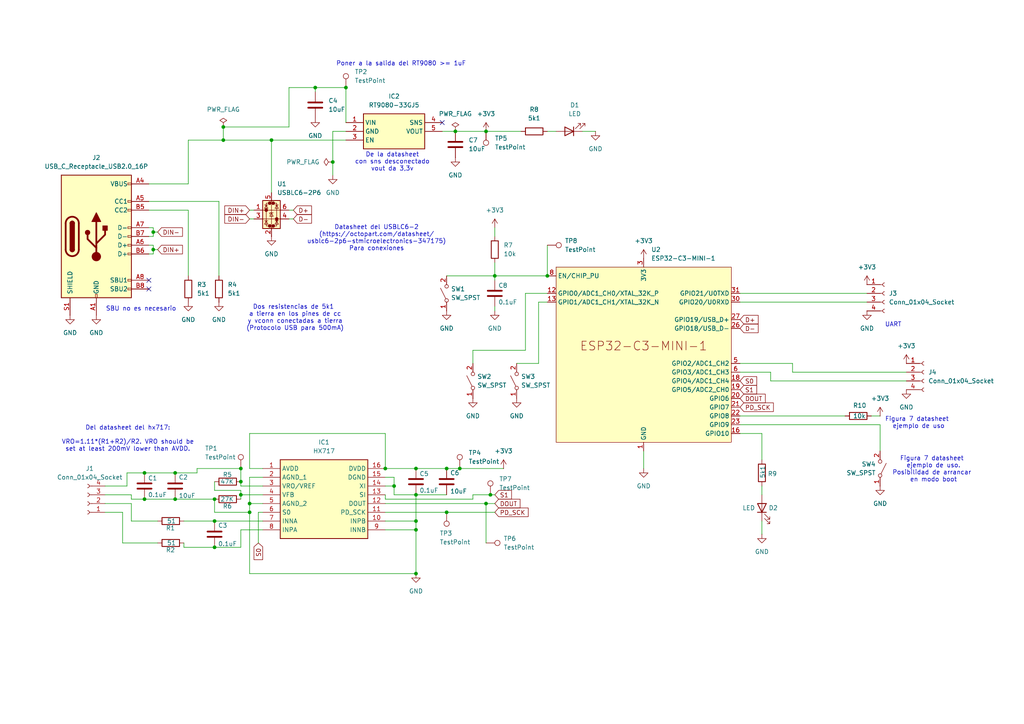
<source format=kicad_sch>
(kicad_sch (version 20231120) (generator "eeschema") (generator_version "8.0")
  (paper "A4")
  (lib_symbols
    (symbol "Connector:Conn_01x04_Socket" (pin_names (offset 1.016) hide)
      (property "Reference" "J" (at 0 5.08 0))
      (property "Value" "Conn_01x04_Socket" (at 0 -7.62 0))
      (symbol "Conn_01x04_Socket_1_1"
        (arc (start 0 -4.572) (mid -0.5058 -5.08) (end 0 -5.588) (stroke (width 0.1524)))
        (arc (start 0 -2.032) (mid -0.5058 -2.54) (end 0 -3.048) (stroke (width 0.1524)))
        (polyline (pts (xy -1.27 -5.08) (xy -0.508 -5.08)) (stroke (width 0.1524)))
        (polyline (pts (xy -1.27 -2.54) (xy -0.508 -2.54)) (stroke (width 0.1524)))
        (polyline (pts (xy -1.27 0) (xy -0.508 0)) (stroke (width 0.1524)))
        (polyline (pts (xy -1.27 2.54) (xy -0.508 2.54)) (stroke (width 0.1524)))
        (arc (start 0 0.508) (mid -0.5058 0) (end 0 -0.508) (stroke (width 0.1524)))
        (arc (start 0 3.048) (mid -0.5058 2.54) (end 0 2.032) (stroke (width 0.1524)))
        (pin passive line (at -5.08 2.54 0) (length 3.81) (name "Pin_1") (number "1"))
        (pin passive line (at -5.08 0 0) (length 3.81) (name "Pin_2") (number "2"))
        (pin passive line (at -5.08 -2.54 0) (length 3.81) (name "Pin_3") (number "3"))
        (pin passive line (at -5.08 -5.08 0) (length 3.81) (name "Pin_4") (number "4"))
      )
    )
    (symbol "Connector:TestPoint" (pin_numbers hide) (pin_names (offset 0.762) hide)
      (property "Reference" "TP" (at 0 6.858 0))
      (property "Value" "TestPoint" (at 0 5.08 0))
      (symbol "TestPoint_0_1"
        (circle (center 0 3.302) (radius 0.762))
      )
      (symbol "TestPoint_1_1"
        (pin passive line (at 0 0 90) (length 2.54) (name "1") (number "1"))
      )
    )
    (symbol "Connector:USB_C_Receptacle_USB2.0_16P" (pin_names (offset 1.016))
      (property "Reference" "J" (at 0 22.225 0))
      (property "Value" "USB_C_Receptacle_USB2.0_16P" (at 0 19.685 0))
      (symbol "USB_C_Receptacle_USB2.0_16P_0_0"
        (rectangle (start -0.254 -17.78) (end 0.254 -16.764))
        (rectangle (start 10.16 -14.986) (end 9.144 -15.494))
        (rectangle (start 10.16 -12.446) (end 9.144 -12.954))
        (rectangle (start 10.16 -4.826) (end 9.144 -5.334))
        (rectangle (start 10.16 -2.286) (end 9.144 -2.794))
        (rectangle (start 10.16 0.254) (end 9.144 -0.254))
        (rectangle (start 10.16 2.794) (end 9.144 2.286))
        (rectangle (start 10.16 7.874) (end 9.144 7.366))
        (rectangle (start 10.16 10.414) (end 9.144 9.906))
        (rectangle (start 10.16 15.494) (end 9.144 14.986))
      )
      (symbol "USB_C_Receptacle_USB2.0_16P_0_1"
        (rectangle (start -10.16 17.78) (end 10.16 -17.78) (stroke (width 0.254)) (fill (type background)))
        (arc (start -8.89 -3.81) (mid -6.985 -5.7067) (end -5.08 -3.81) (stroke (width 0.508)))
        (arc (start -7.62 -3.81) (mid -6.985 -4.4423) (end -6.35 -3.81) (stroke (width 0.254)))
        (arc (start -7.62 -3.81) (mid -6.985 -4.4423) (end -6.35 -3.81) (stroke (width 0.254)) (fill (type outline)))
        (rectangle (start -7.62 -3.81) (end -6.35 3.81) (stroke (width 0.254)) (fill (type outline)))
        (arc (start -6.35 3.81) (mid -6.985 4.4423) (end -7.62 3.81) (stroke (width 0.254)))
        (arc (start -6.35 3.81) (mid -6.985 4.4423) (end -7.62 3.81) (stroke (width 0.254)) (fill (type outline)))
        (arc (start -5.08 3.81) (mid -6.985 5.7067) (end -8.89 3.81) (stroke (width 0.508)))
        (circle (center -2.54 1.143) (radius 0.635) (stroke (width 0.254)) (fill (type outline)))
        (circle (center 0 -5.842) (radius 1.27) (fill (type outline)))
        (polyline (pts (xy -8.89 -3.81) (xy -8.89 3.81)) (stroke (width 0.508)))
        (polyline (pts (xy -5.08 3.81) (xy -5.08 -3.81)) (stroke (width 0.508)))
        (polyline (pts (xy 0 -5.842) (xy 0 4.318)) (stroke (width 0.508)))
        (polyline (pts (xy 0 -3.302) (xy -2.54 -0.762) (xy -2.54 0.508)) (stroke (width 0.508)))
        (polyline (pts (xy 0 -2.032) (xy 2.54 0.508) (xy 2.54 1.778)) (stroke (width 0.508)))
        (polyline (pts (xy -1.27 4.318) (xy 0 6.858) (xy 1.27 4.318) (xy -1.27 4.318)) (stroke (width 0.254)) (fill (type outline)))
        (rectangle (start 1.905 1.778) (end 3.175 3.048) (stroke (width 0.254)) (fill (type outline)))
      )
      (symbol "USB_C_Receptacle_USB2.0_16P_1_1"
        (pin passive line (at 0 -22.86 90) (length 5.08) (name "GND") (number "A1"))
        (pin passive line (at 0 -22.86 90) (length 5.08) hide (name "GND") (number "A12"))
        (pin passive line (at 15.24 15.24 180) (length 5.08) (name "VBUS") (number "A4"))
        (pin bidirectional line (at 15.24 10.16 180) (length 5.08) (name "CC1") (number "A5"))
        (pin bidirectional line (at 15.24 -2.54 180) (length 5.08) (name "D+") (number "A6"))
        (pin bidirectional line (at 15.24 2.54 180) (length 5.08) (name "D-") (number "A7"))
        (pin bidirectional line (at 15.24 -12.7 180) (length 5.08) (name "SBU1") (number "A8"))
        (pin passive line (at 15.24 15.24 180) (length 5.08) hide (name "VBUS") (number "A9"))
        (pin passive line (at 0 -22.86 90) (length 5.08) hide (name "GND") (number "B1"))
        (pin passive line (at 0 -22.86 90) (length 5.08) hide (name "GND") (number "B12"))
        (pin passive line (at 15.24 15.24 180) (length 5.08) hide (name "VBUS") (number "B4"))
        (pin bidirectional line (at 15.24 7.62 180) (length 5.08) (name "CC2") (number "B5"))
        (pin bidirectional line (at 15.24 -5.08 180) (length 5.08) (name "D+") (number "B6"))
        (pin bidirectional line (at 15.24 0 180) (length 5.08) (name "D-") (number "B7"))
        (pin bidirectional line (at 15.24 -15.24 180) (length 5.08) (name "SBU2") (number "B8"))
        (pin passive line (at 15.24 15.24 180) (length 5.08) hide (name "VBUS") (number "B9"))
        (pin passive line (at -7.62 -22.86 90) (length 5.08) (name "SHIELD") (number "S1"))
      )
    )
    (symbol "Device:C" (pin_numbers hide) (pin_names (offset 0.254))
      (property "Reference" "C" (at 0.635 2.54 0))
      (property "Value" "C" (at 0.635 -2.54 0))
      (symbol "C_0_1"
        (polyline (pts (xy -2.032 -0.762) (xy 2.032 -0.762)) (stroke (width 0.508)))
        (polyline (pts (xy -2.032 0.762) (xy 2.032 0.762)) (stroke (width 0.508)))
      )
      (symbol "C_1_1"
        (pin passive line (at 0 3.81 270) (length 2.794) (name "~") (number "1"))
        (pin passive line (at 0 -3.81 90) (length 2.794) (name "~") (number "2"))
      )
    )
    (symbol "Device:LED" (pin_numbers hide) (pin_names (offset 1.016) hide)
      (property "Reference" "D" (at 0 2.54 0))
      (property "Value" "LED" (at 0 -2.54 0))
      (symbol "LED_0_1"
        (polyline (pts (xy -1.27 -1.27) (xy -1.27 1.27)) (stroke (width 0.254)))
        (polyline (pts (xy -1.27 0) (xy 1.27 0)))
        (polyline (pts (xy 1.27 -1.27) (xy 1.27 1.27) (xy -1.27 0) (xy 1.27 -1.27)) (stroke (width 0.254)))
        (polyline (pts (xy -3.048 -0.762) (xy -4.572 -2.286) (xy -3.81 -2.286) (xy -4.572 -2.286) (xy -4.572 -1.524)))
        (polyline (pts (xy -1.778 -0.762) (xy -3.302 -2.286) (xy -2.54 -2.286) (xy -3.302 -2.286) (xy -3.302 -1.524)))
      )
      (symbol "LED_1_1"
        (pin passive line (at -3.81 0 0) (length 2.54) (name "K") (number "1"))
        (pin passive line (at 3.81 0 180) (length 2.54) (name "A") (number "2"))
      )
    )
    (symbol "Device:R" (pin_numbers hide) (pin_names (offset 0))
      (property "Reference" "R" (at 2.032 0 90))
      (property "Value" "R" (at 0 0 90))
      (symbol "R_0_1"
        (rectangle (start -1.016 -2.54) (end 1.016 2.54) (stroke (width 0.254)))
      )
      (symbol "R_1_1"
        (pin passive line (at 0 3.81 270) (length 1.27) (name "~") (number "1"))
        (pin passive line (at 0 -3.81 90) (length 1.27) (name "~") (number "2"))
      )
    )
    (symbol "HX717:HX717"
      (property "Reference" "IC" (at 31.75 7.62 0))
      (property "Value" "HX717" (at 31.75 5.08 0))
      (symbol "HX717_1_1"
        (rectangle (start 5.08 2.54) (end 30.48 -20.32) (stroke (width 0.254)) (fill (type background)))
        (pin passive line (at 0 0 0) (length 5.08) (name "AVDD") (number "1"))
        (pin passive line (at 35.56 -15.24 180) (length 5.08) (name "INPB") (number "10"))
        (pin passive line (at 35.56 -12.7 180) (length 5.08) (name "PD_SCK") (number "11"))
        (pin passive line (at 35.56 -10.16 180) (length 5.08) (name "DOUT") (number "12"))
        (pin passive line (at 35.56 -7.62 180) (length 5.08) (name "SI") (number "13"))
        (pin passive line (at 35.56 -5.08 180) (length 5.08) (name "XI") (number "14"))
        (pin passive line (at 35.56 -2.54 180) (length 5.08) (name "DGND") (number "15"))
        (pin passive line (at 35.56 0 180) (length 5.08) (name "DVDD") (number "16"))
        (pin passive line (at 0 -2.54 0) (length 5.08) (name "AGND_1") (number "2"))
        (pin passive line (at 0 -5.08 0) (length 5.08) (name "VRO/VREF") (number "3"))
        (pin passive line (at 0 -7.62 0) (length 5.08) (name "VFB") (number "4"))
        (pin passive line (at 0 -10.16 0) (length 5.08) (name "AGND_2") (number "5"))
        (pin passive line (at 0 -12.7 0) (length 5.08) (name "S0") (number "6"))
        (pin passive line (at 0 -15.24 0) (length 5.08) (name "INNA") (number "7"))
        (pin passive line (at 0 -17.78 0) (length 5.08) (name "INPA") (number "8"))
        (pin passive line (at 35.56 -17.78 180) (length 5.08) (name "INNB") (number "9"))
      )
    )
    (symbol "PCM_Espressif:ESP32-C3-MINI-1"
      (property "Reference" "U" (at -25.4 30.48 0))
      (property "Value" "ESP32-C3-MINI-1" (at -25.4 27.94 0))
      (symbol "ESP32-C3-MINI-1_0_0"
        (text "ESP32-C3-MINI-1" (at 0 2.54 0) (effects (font (size 2.54 2.54))))
      )
      (symbol "ESP32-C3-MINI-1_0_1"
        (rectangle (start -25.4 25.4) (end 25.4 -25.4) (fill (type background)))
      )
      (symbol "ESP32-C3-MINI-1_1_1"
        (pin power_in line (at 0 -27.94 90) (length 2.54) (name "GND") (number "1"))
        (pin no_connect line (at -25.4 2.54 0) (length 2.54) hide (name "NC") (number "10"))
        (pin passive line (at 0 -27.94 90) (length 2.54) hide (name "GND") (number "11"))
        (pin bidirectional line (at -27.94 17.78 0) (length 2.54) (name "GPIO0/ADC1_CH0/XTAL_32K_P") (number "12"))
        (pin bidirectional line (at -27.94 15.24 0) (length 2.54) (name "GPIO1/ADC1_CH1/XTAL_32K_N") (number "13"))
        (pin passive line (at 0 -27.94 90) (length 2.54) hide (name "GND") (number "14"))
        (pin no_connect line (at -25.4 0 0) (length 2.54) hide (name "NC") (number "15"))
        (pin bidirectional line (at 27.94 -22.86 180) (length 2.54) (name "GPIO10") (number "16"))
        (pin no_connect line (at -25.4 -2.54 0) (length 2.54) hide (name "NC") (number "17"))
        (pin bidirectional line (at 27.94 -7.62 180) (length 2.54) (name "GPIO4/ADC1_CH4") (number "18"))
        (pin bidirectional line (at 27.94 -10.16 180) (length 2.54) (name "GPIO5/ADC2_CH0") (number "19"))
        (pin passive line (at 0 -27.94 90) (length 2.54) hide (name "GND") (number "2"))
        (pin bidirectional line (at 27.94 -12.7 180) (length 2.54) (name "GPIO6") (number "20"))
        (pin bidirectional line (at 27.94 -15.24 180) (length 2.54) (name "GPIO7") (number "21"))
        (pin bidirectional line (at 27.94 -17.78 180) (length 2.54) (name "GPIO8") (number "22"))
        (pin bidirectional line (at 27.94 -20.32 180) (length 2.54) (name "GPIO9") (number "23"))
        (pin no_connect line (at -25.4 -5.08 0) (length 2.54) hide (name "NC") (number "24"))
        (pin no_connect line (at -25.4 -7.62 0) (length 2.54) hide (name "NC") (number "25"))
        (pin bidirectional line (at 27.94 7.62 180) (length 2.54) (name "GPIO18/USB_D-") (number "26"))
        (pin bidirectional line (at 27.94 10.16 180) (length 2.54) (name "GPIO19/USB_D+") (number "27"))
        (pin no_connect line (at -25.4 -10.16 0) (length 2.54) hide (name "NC") (number "28"))
        (pin no_connect line (at -25.4 -12.7 0) (length 2.54) hide (name "NC") (number "29"))
        (pin power_in line (at 0 27.94 270) (length 2.54) (name "3V3") (number "3"))
        (pin bidirectional line (at 27.94 15.24 180) (length 2.54) (name "GPIO20/U0RXD") (number "30"))
        (pin bidirectional line (at 27.94 17.78 180) (length 2.54) (name "GPIO21/U0TXD") (number "31"))
        (pin no_connect line (at -25.4 -15.24 0) (length 2.54) hide (name "NC") (number "32"))
        (pin no_connect line (at -25.4 -17.78 0) (length 2.54) hide (name "NC") (number "33"))
        (pin no_connect line (at -25.4 -20.32 0) (length 2.54) hide (name "NC") (number "34"))
        (pin no_connect line (at -25.4 -22.86 0) (length 2.54) hide (name "NC") (number "35"))
        (pin passive line (at 0 -27.94 90) (length 2.54) hide (name "GND") (number "36"))
        (pin passive line (at 0 -27.94 90) (length 2.54) hide (name "GND") (number "37"))
        (pin passive line (at 0 -27.94 90) (length 2.54) hide (name "GND") (number "38"))
        (pin passive line (at 0 -27.94 90) (length 2.54) hide (name "GND") (number "39"))
        (pin no_connect line (at -25.4 10.16 0) (length 2.54) hide (name "NC") (number "4"))
        (pin passive line (at 0 -27.94 90) (length 2.54) hide (name "GND") (number "40"))
        (pin passive line (at 0 -27.94 90) (length 2.54) hide (name "GND") (number "41"))
        (pin passive line (at 0 -27.94 90) (length 2.54) hide (name "GND") (number "42"))
        (pin passive line (at 0 -27.94 90) (length 2.54) hide (name "GND") (number "43"))
        (pin passive line (at 0 -27.94 90) (length 2.54) hide (name "GND") (number "44"))
        (pin passive line (at 0 -27.94 90) (length 2.54) hide (name "GND") (number "45"))
        (pin passive line (at 0 -27.94 90) (length 2.54) hide (name "GND") (number "46"))
        (pin passive line (at 0 -27.94 90) (length 2.54) hide (name "GND") (number "47"))
        (pin passive line (at 0 -27.94 90) (length 2.54) hide (name "GND") (number "48"))
        (pin passive line (at 0 -27.94 90) (length 2.54) hide (name "GND") (number "49"))
        (pin bidirectional line (at 27.94 -2.54 180) (length 2.54) (name "GPIO2/ADC1_CH2") (number "5"))
        (pin passive line (at 0 -27.94 90) (length 2.54) hide (name "GND") (number "50"))
        (pin passive line (at 0 -27.94 90) (length 2.54) hide (name "GND") (number "51"))
        (pin passive line (at 0 -27.94 90) (length 2.54) hide (name "GND") (number "52"))
        (pin passive line (at 0 -27.94 90) (length 2.54) hide (name "GND") (number "53"))
        (pin bidirectional line (at 27.94 -5.08 180) (length 2.54) (name "GPIO3/ADC1_CH3") (number "6"))
        (pin no_connect line (at -25.4 7.62 0) (length 2.54) hide (name "NC") (number "7"))
        (pin input line (at -27.94 22.86 0) (length 2.54) (name "EN/CHIP_PU") (number "8"))
        (pin no_connect line (at -25.4 5.08 0) (length 2.54) hide (name "NC") (number "9"))
      )
    )
    (symbol "Power_Protection:USBLC6-2P6" (pin_names hide)
      (property "Reference" "U" (at 0.635 5.715 0))
      (property "Value" "USBLC6-2P6" (at 0.635 3.81 0))
      (symbol "USBLC6-2P6_0_0"
        (circle (center -1.524 0) (radius 0.0001) (stroke (width 0.508)))
        (circle (center -0.508 -4.572) (radius 0.0001) (stroke (width 0.508)))
        (circle (center -0.508 2.032) (radius 0.0001) (stroke (width 0.508)))
        (circle (center 0.508 -4.572) (radius 0.0001) (stroke (width 0.508)))
        (circle (center 0.508 2.032) (radius 0.0001) (stroke (width 0.508)))
        (circle (center 1.524 -2.54) (radius 0.0001) (stroke (width 0.508)))
      )
      (symbol "USBLC6-2P6_0_1"
        (polyline (pts (xy -2.54 -2.54) (xy 2.54 -2.54)))
        (polyline (pts (xy -2.54 0) (xy 2.54 0)))
        (polyline (pts (xy -2.032 -3.048) (xy -1.016 -3.048)))
        (polyline (pts (xy -1.016 1.524) (xy -2.032 1.524)))
        (polyline (pts (xy 1.016 -3.048) (xy 2.032 -3.048)))
        (polyline (pts (xy 1.016 1.524) (xy 2.032 1.524)))
        (polyline (pts (xy -0.508 -1.143) (xy -0.508 -0.762) (xy 0.508 -0.762)))
        (polyline (pts (xy -2.032 0.508) (xy -1.016 0.508) (xy -1.524 1.524) (xy -2.032 0.508)))
        (polyline (pts (xy -1.016 -4.064) (xy -2.032 -4.064) (xy -1.524 -3.048) (xy -1.016 -4.064)))
        (polyline (pts (xy 0.508 -1.778) (xy -0.508 -1.778) (xy 0 -0.762) (xy 0.508 -1.778)))
        (polyline (pts (xy 2.032 -4.064) (xy 1.016 -4.064) (xy 1.524 -3.048) (xy 2.032 -4.064)))
        (polyline (pts (xy 2.032 0.508) (xy 1.016 0.508) (xy 1.524 1.524) (xy 2.032 0.508)))
        (polyline (pts (xy 0 2.54) (xy -0.508 2.032) (xy 0.508 2.032) (xy 0 1.524) (xy 0 -4.064) (xy -0.508 -4.572) (xy 0.508 -4.572) (xy 0 -5.08)))
      )
      (symbol "USBLC6-2P6_1_1"
        (rectangle (start -2.54 2.794) (end 2.54 -5.334) (stroke (width 0.254)) (fill (type background)))
        (polyline (pts (xy -0.508 2.032) (xy -1.524 2.032) (xy -1.524 -4.572) (xy -0.508 -4.572)))
        (polyline (pts (xy 0.508 -4.572) (xy 1.524 -4.572) (xy 1.524 2.032) (xy 0.508 2.032)))
        (pin passive line (at -5.08 0 0) (length 2.54) (name "I/O1") (number "1"))
        (pin passive line (at 0 -7.62 90) (length 2.54) (name "GND") (number "2"))
        (pin passive line (at -5.08 -2.54 0) (length 2.54) (name "I/O2") (number "3"))
        (pin passive line (at 5.08 -2.54 180) (length 2.54) (name "I/O2") (number "4"))
        (pin passive line (at 0 5.08 270) (length 2.54) (name "VBUS") (number "5"))
        (pin passive line (at 5.08 0 180) (length 2.54) (name "I/O1") (number "6"))
      )
    )
    (symbol "RT9080-33GJ5:RT9080-33GJ5"
      (property "Reference" "IC" (at 24.13 7.62 0))
      (property "Value" "RT9080-33GJ5" (at 24.13 5.08 0))
      (symbol "RT9080-33GJ5_1_1"
        (rectangle (start 5.08 2.54) (end 22.86 -7.62) (stroke (width 0.254)) (fill (type background)))
        (pin passive line (at 0 0 0) (length 5.08) (name "VIN") (number "1"))
        (pin passive line (at 0 -2.54 0) (length 5.08) (name "GND") (number "2"))
        (pin passive line (at 0 -5.08 0) (length 5.08) (name "EN") (number "3"))
        (pin passive line (at 27.94 0 180) (length 5.08) (name "SNS") (number "4"))
        (pin passive line (at 27.94 -2.54 180) (length 5.08) (name "VOUT") (number "5"))
      )
    )
    (symbol "Switch:SW_SPST" (pin_names (offset 0) hide)
      (property "Reference" "SW" (at 0 3.175 0))
      (property "Value" "SW_SPST" (at 0 -2.54 0))
      (symbol "SW_SPST_0_0"
        (circle (center -2.032 0) (radius 0.508))
        (polyline (pts (xy -1.524 0.254) (xy 1.524 1.778)))
        (circle (center 2.032 0) (radius 0.508))
      )
      (symbol "SW_SPST_1_1"
        (pin passive line (at -5.08 0 0) (length 2.54) (name "A") (number "1"))
        (pin passive line (at 5.08 0 180) (length 2.54) (name "B") (number "2"))
      )
    )
    (symbol "power:+3V3" (power) (pin_numbers hide) (pin_names (offset 0) hide)
      (property "Value" "+3V3" (at 0 3.556 0))
      (symbol "+3V3_0_1"
        (polyline (pts (xy -0.762 1.27) (xy 0 2.54)))
        (polyline (pts (xy 0 0) (xy 0 2.54)))
        (polyline (pts (xy 0 2.54) (xy 0.762 1.27)))
      )
      (symbol "+3V3_1_1"
        (pin power_in line (at 0 0 90) (length 0) (name "~") (number "1"))
      )
    )
    (symbol "power:GND" (power) (pin_numbers hide) (pin_names (offset 0) hide)
      (property "Value" "GND" (at 0 -3.81 0))
      (symbol "GND_0_1"
        (polyline (pts (xy 0 0) (xy 0 -1.27) (xy 1.27 -1.27) (xy 0 -2.54) (xy -1.27 -1.27) (xy 0 -1.27)))
      )
      (symbol "GND_1_1"
        (pin power_in line (at 0 0 270) (length 0) (name "~") (number "1"))
      )
    )
    (symbol "power:PWR_FLAG" (power) (pin_numbers hide) (pin_names (offset 0) hide)
      (property "Value" "PWR_FLAG" (at 0 3.81 0))
      (symbol "PWR_FLAG_0_0"
        (pin power_out line (at 0 0 90) (length 0) (name "~") (number "1"))
      )
      (symbol "PWR_FLAG_0_1"
        (polyline (pts (xy 0 0) (xy 0 1.27) (xy -1.016 1.905) (xy 0 2.54) (xy 1.016 1.905) (xy 0 1.27)))
      )
    )
  )
  (junction (at 62.23 158.75))
  (junction (at 133.35 135.89))
  (junction (at 100.33 25.4))
  (junction (at 120.65 143.51))
  (junction (at 41.91 144.78))
  (junction (at 62.23 144.78))
  (junction (at 69.85 139.7))
  (junction (at 64.77 36.83))
  (junction (at 64.77 40.64))
  (junction (at 129.54 148.59))
  (junction (at 44.45 72.39))
  (junction (at 120.65 135.89))
  (junction (at 69.85 143.51))
  (junction (at 111.76 135.89))
  (junction (at 142.24 143.51))
  (junction (at 69.85 135.89))
  (junction (at 120.65 153.67))
  (junction (at 50.8 137.16))
  (junction (at 62.23 151.13))
  (junction (at 41.91 137.16))
  (junction (at 143.51 80.01))
  (junction (at 50.8 144.78))
  (junction (at 129.54 135.89))
  (junction (at 158.75 80.01))
  (junction (at 96.52 46.99))
  (junction (at 120.65 151.13))
  (junction (at 78.74 40.64))
  (junction (at 91.44 25.4))
  (junction (at 114.3 140.97))
  (junction (at 72.39 148.59))
  (junction (at 120.65 166.37))
  (junction (at 140.97 146.05))
  (junction (at 140.97 38.1))
  (junction (at 44.45 67.31))
  (junction (at 132.08 38.1))
  (junction (at 72.39 146.05))
  (no_connect (at 43.18 83.82))
  (no_connect (at 128.27 35.56))
  (no_connect (at 43.18 81.28))
  (wire (pts (xy 72.39 146.05) (xy 72.39 148.59)))
  (wire (pts (xy 44.45 67.31) (xy 44.45 68.58)))
  (wire (pts (xy 120.65 151.13) (xy 120.65 153.67)))
  (wire (pts (xy 220.98 125.73) (xy 220.98 133.35)))
  (wire (pts (xy 111.76 135.89) (xy 120.65 135.89)))
  (wire (pts (xy 35.56 157.48) (xy 45.72 157.48)))
  (wire (pts (xy 111.76 151.13) (xy 120.65 151.13)))
  (wire (pts (xy 54.61 60.96) (xy 54.61 80.01)))
  (wire (pts (xy 83.82 25.4) (xy 83.82 36.83)))
  (wire (pts (xy 76.2 153.67) (xy 69.85 153.67)))
  (wire (pts (xy 143.51 66.04) (xy 143.51 68.58)))
  (wire (pts (xy 64.77 36.83) (xy 64.77 40.64)))
  (wire (pts (xy 69.85 158.75) (xy 62.23 158.75)))
  (wire (pts (xy 78.74 40.64) (xy 78.74 55.88)))
  (wire (pts (xy 83.82 25.4) (xy 91.44 25.4)))
  (wire (pts (xy 54.61 53.34) (xy 54.61 40.64)))
  (wire (pts (xy 76.2 140.97) (xy 69.85 140.97)))
  (wire (pts (xy 129.54 135.89) (xy 133.35 135.89)))
  (wire (pts (xy 72.39 148.59) (xy 62.23 148.59)))
  (wire (pts (xy 137.16 144.78) (xy 137.16 143.51)))
  (wire (pts (xy 43.18 71.12) (xy 44.45 71.12)))
  (wire (pts (xy 214.63 107.95) (xy 223.52 107.95)))
  (wire (pts (xy 44.45 71.12) (xy 44.45 72.39)))
  (wire (pts (xy 137.16 101.6) (xy 137.16 105.41)))
  (wire (pts (xy 214.63 125.73) (xy 220.98 125.73)))
  (wire (pts (xy 69.85 142.24) (xy 69.85 143.51)))
  (wire (pts (xy 186.69 130.81) (xy 186.69 135.89)))
  (wire (pts (xy 78.74 40.64) (xy 100.33 40.64)))
  (wire (pts (xy 43.18 58.42) (xy 63.5 58.42)))
  (wire (pts (xy 36.83 140.97) (xy 30.48 140.97)))
  (wire (pts (xy 214.63 120.65) (xy 245.11 120.65)))
  (wire (pts (xy 132.08 38.1) (xy 140.97 38.1)))
  (wire (pts (xy 54.61 40.64) (xy 64.77 40.64)))
  (wire (pts (xy 143.51 80.01) (xy 158.75 80.01)))
  (wire (pts (xy 72.39 146.05) (xy 76.2 146.05)))
  (wire (pts (xy 62.23 142.24) (xy 69.85 142.24)))
  (wire (pts (xy 229.87 107.95) (xy 262.89 107.95)))
  (wire (pts (xy 114.3 138.43) (xy 114.3 140.97)))
  (wire (pts (xy 62.23 151.13) (xy 76.2 151.13)))
  (wire (pts (xy 152.4 85.09) (xy 152.4 101.6)))
  (wire (pts (xy 63.5 58.42) (xy 63.5 80.01)))
  (wire (pts (xy 223.52 110.49) (xy 223.52 107.95)))
  (wire (pts (xy 57.15 135.89) (xy 57.15 137.16)))
  (wire (pts (xy 72.39 148.59) (xy 72.39 166.37)))
  (wire (pts (xy 62.23 158.75) (xy 53.34 158.75)))
  (wire (pts (xy 91.44 26.67) (xy 91.44 25.4)))
  (wire (pts (xy 69.85 144.78) (xy 69.85 143.51)))
  (wire (pts (xy 45.72 67.31) (xy 44.45 67.31)))
  (wire (pts (xy 120.65 143.51) (xy 120.65 151.13)))
  (wire (pts (xy 96.52 38.1) (xy 96.52 46.99)))
  (wire (pts (xy 111.76 125.73) (xy 111.76 135.89)))
  (wire (pts (xy 143.51 90.17) (xy 143.51 88.9)))
  (wire (pts (xy 85.09 63.5) (xy 83.82 63.5)))
  (wire (pts (xy 96.52 46.99) (xy 96.52 50.8)))
  (wire (pts (xy 72.39 135.89) (xy 76.2 135.89)))
  (wire (pts (xy 62.23 139.7) (xy 62.23 142.24)))
  (wire (pts (xy 111.76 138.43) (xy 114.3 138.43)))
  (wire (pts (xy 43.18 60.96) (xy 54.61 60.96)))
  (wire (pts (xy 111.76 146.05) (xy 140.97 146.05)))
  (wire (pts (xy 128.27 38.1) (xy 132.08 38.1)))
  (wire (pts (xy 44.45 72.39) (xy 44.45 73.66)))
  (wire (pts (xy 72.39 138.43) (xy 72.39 146.05)))
  (wire (pts (xy 214.63 87.63) (xy 251.46 87.63)))
  (wire (pts (xy 69.85 143.51) (xy 76.2 143.51)))
  (wire (pts (xy 64.77 36.83) (xy 83.82 36.83)))
  (wire (pts (xy 38.1 144.78) (xy 41.91 144.78)))
  (wire (pts (xy 158.75 71.12) (xy 158.75 80.01)))
  (wire (pts (xy 140.97 38.1) (xy 151.13 38.1)))
  (wire (pts (xy 85.09 60.96) (xy 83.82 60.96)))
  (wire (pts (xy 214.63 85.09) (xy 251.46 85.09)))
  (wire (pts (xy 50.8 137.16) (xy 57.15 137.16)))
  (wire (pts (xy 152.4 101.6) (xy 137.16 101.6)))
  (wire (pts (xy 158.75 87.63) (xy 156.21 87.63)))
  (wire (pts (xy 38.1 151.13) (xy 38.1 146.05)))
  (wire (pts (xy 143.51 76.2) (xy 143.51 80.01)))
  (wire (pts (xy 36.83 137.16) (xy 41.91 137.16)))
  (wire (pts (xy 129.54 148.59) (xy 143.51 148.59)))
  (wire (pts (xy 137.16 143.51) (xy 142.24 143.51)))
  (wire (pts (xy 72.39 63.5) (xy 73.66 63.5)))
  (wire (pts (xy 120.65 153.67) (xy 120.65 166.37)))
  (wire (pts (xy 133.35 135.89) (xy 146.05 135.89)))
  (wire (pts (xy 114.3 140.97) (xy 114.3 143.51)))
  (wire (pts (xy 111.76 143.51) (xy 111.76 144.78)))
  (wire (pts (xy 120.65 135.89) (xy 129.54 135.89)))
  (wire (pts (xy 111.76 144.78) (xy 137.16 144.78)))
  (wire (pts (xy 220.98 140.97) (xy 220.98 143.51)))
  (wire (pts (xy 43.18 53.34) (xy 54.61 53.34)))
  (wire (pts (xy 38.1 144.78) (xy 38.1 143.51)))
  (wire (pts (xy 156.21 105.41) (xy 149.86 105.41)))
  (wire (pts (xy 114.3 143.51) (xy 120.65 143.51)))
  (wire (pts (xy 35.56 157.48) (xy 35.56 148.59)))
  (wire (pts (xy 100.33 25.4) (xy 100.33 35.56)))
  (wire (pts (xy 76.2 138.43) (xy 72.39 138.43)))
  (wire (pts (xy 91.44 25.4) (xy 100.33 25.4)))
  (wire (pts (xy 45.72 72.39) (xy 44.45 72.39)))
  (wire (pts (xy 44.45 73.66) (xy 43.18 73.66)))
  (wire (pts (xy 69.85 135.89) (xy 57.15 135.89)))
  (wire (pts (xy 72.39 166.37) (xy 120.65 166.37)))
  (wire (pts (xy 140.97 157.48) (xy 140.97 146.05)))
  (wire (pts (xy 111.76 148.59) (xy 129.54 148.59)))
  (wire (pts (xy 64.77 40.64) (xy 78.74 40.64)))
  (wire (pts (xy 111.76 140.97) (xy 114.3 140.97)))
  (wire (pts (xy 76.2 148.59) (xy 74.93 148.59)))
  (wire (pts (xy 30.48 143.51) (xy 38.1 143.51)))
  (wire (pts (xy 158.75 38.1) (xy 161.29 38.1)))
  (wire (pts (xy 100.33 38.1) (xy 96.52 38.1)))
  (wire (pts (xy 142.24 143.51) (xy 143.51 143.51)))
  (wire (pts (xy 62.23 148.59) (xy 62.23 144.78)))
  (wire (pts (xy 74.93 148.59) (xy 74.93 157.48)))
  (wire (pts (xy 53.34 158.75) (xy 53.34 157.48)))
  (wire (pts (xy 255.27 120.65) (xy 252.73 120.65)))
  (wire (pts (xy 140.97 146.05) (xy 143.51 146.05)))
  (wire (pts (xy 41.91 137.16) (xy 50.8 137.16)))
  (wire (pts (xy 30.48 146.05) (xy 38.1 146.05)))
  (wire (pts (xy 53.34 151.13) (xy 62.23 151.13)))
  (wire (pts (xy 223.52 110.49) (xy 262.89 110.49)))
  (wire (pts (xy 255.27 123.19) (xy 255.27 130.81)))
  (wire (pts (xy 44.45 66.04) (xy 44.45 67.31)))
  (wire (pts (xy 69.85 140.97) (xy 69.85 139.7)))
  (wire (pts (xy 111.76 153.67) (xy 120.65 153.67)))
  (wire (pts (xy 120.65 143.51) (xy 129.54 143.51)))
  (wire (pts (xy 220.98 151.13) (xy 220.98 154.94)))
  (wire (pts (xy 44.45 68.58) (xy 43.18 68.58)))
  (wire (pts (xy 72.39 60.96) (xy 73.66 60.96)))
  (wire (pts (xy 41.91 144.78) (xy 50.8 144.78)))
  (wire (pts (xy 72.39 125.73) (xy 111.76 125.73)))
  (wire (pts (xy 72.39 135.89) (xy 72.39 125.73)))
  (wire (pts (xy 152.4 85.09) (xy 158.75 85.09)))
  (wire (pts (xy 143.51 81.28) (xy 143.51 80.01)))
  (wire (pts (xy 214.63 105.41) (xy 229.87 105.41)))
  (wire (pts (xy 50.8 144.78) (xy 62.23 144.78)))
  (wire (pts (xy 38.1 151.13) (xy 45.72 151.13)))
  (wire (pts (xy 43.18 66.04) (xy 44.45 66.04)))
  (wire (pts (xy 36.83 137.16) (xy 36.83 140.97)))
  (wire (pts (xy 229.87 105.41) (xy 229.87 107.95)))
  (wire (pts (xy 156.21 87.63) (xy 156.21 105.41)))
  (wire (pts (xy 214.63 123.19) (xy 255.27 123.19)))
  (wire (pts (xy 129.54 80.01) (xy 143.51 80.01)))
  (wire (pts (xy 168.91 38.1) (xy 172.72 38.1)))
  (wire (pts (xy 35.56 148.59) (xy 30.48 148.59)))
  (wire (pts (xy 69.85 153.67) (xy 69.85 158.75)))
  (wire (pts (xy 69.85 135.89) (xy 69.85 139.7)))
  (text "Datasheet del USBLC6-2\n(https://octopart.com/datasheet/\nusblc6-2p6-stmicroelectronics-347175)\nPara conexiones" (at 109.22 69.088 0) (effects (font (size 1.27 1.27))))
  (text "De la datasheet\ncon sns desconectado\nvout da 3,3v" (at 113.792 46.99 0) (effects (font (size 1.27 1.27))))
  (text "Del datasheet del hx717:\n\nVRO=1.11*(R1+R2)/R2. VRO should be\nset at least 200mV lower than AVDD." (at 37.084 127.254 0) (effects (font (size 1.27 1.27))))
  (text "UART" (at 259.08 94.234 0) (effects (font (size 1.27 1.27))))
  (text "Poner a la salida del RT9080 >= 1uF" (at 116.332 18.542 0) (effects (font (size 1.27 1.27))))
  (text "Dos resistencias de 5k1 \na tierra en los pines de cc\ny vconn conectadas a tierra\n(Protocolo USB para 500mA)" (at 85.598 92.202 0) (effects (font (size 1.27 1.27))))
  (text "Figura 7 datasheet \nejemplo de uso.\nPosibilidad de arrancar \nen modo boot" (at 270.764 136.144 0) (effects (font (size 1.27 1.27))))
  (text "Figura 7 datasheet \nejemplo de uso" (at 266.446 122.682 0) (effects (font (size 1.27 1.27))))
  (text "SBU no es necesario " (at 41.402 89.662 0) (effects (font (size 1.27 1.27))))
  (global_label "D+" (shape input) (at 214.63 92.71 0) (property "Intersheetrefs" "${INTERSHEET_REFS}" (effects (hide yes))))
  (global_label "DOUT" (shape input) (at 143.51 146.05 0) (property "Intersheetrefs" "${INTERSHEET_REFS}" (effects (hide yes))))
  (global_label "PD_SCK" (shape input) (at 143.51 148.59 0) (property "Intersheetrefs" "${INTERSHEET_REFS}" (effects (hide yes))))
  (global_label "DIN+" (shape input) (at 72.39 60.96 180) (property "Intersheetrefs" "${INTERSHEET_REFS}" (effects (hide yes))))
  (global_label "S0" (shape input) (at 214.63 110.49 0) (property "Intersheetrefs" "${INTERSHEET_REFS}" (effects (hide yes))))
  (global_label "DIN-" (shape input) (at 72.39 63.5 180) (property "Intersheetrefs" "${INTERSHEET_REFS}" (effects (hide yes))))
  (global_label "S1" (shape input) (at 214.63 113.03 0) (property "Intersheetrefs" "${INTERSHEET_REFS}" (effects (hide yes))))
  (global_label "DOUT" (shape input) (at 214.63 115.57 0) (property "Intersheetrefs" "${INTERSHEET_REFS}" (effects (hide yes))))
  (global_label "D-" (shape input) (at 85.09 63.5 0) (property "Intersheetrefs" "${INTERSHEET_REFS}" (effects (hide yes))))
  (global_label "D-" (shape input) (at 214.63 95.25 0) (property "Intersheetrefs" "${INTERSHEET_REFS}" (effects (hide yes))))
  (global_label "S1" (shape input) (at 143.51 143.51 0) (property "Intersheetrefs" "${INTERSHEET_REFS}" (effects (hide yes))))
  (global_label "DIN-" (shape input) (at 45.72 67.31 0) (property "Intersheetrefs" "${INTERSHEET_REFS}" (effects (hide yes))))
  (global_label "D+" (shape input) (at 85.09 60.96 0) (property "Intersheetrefs" "${INTERSHEET_REFS}" (effects (hide yes))))
  (global_label "DIN+" (shape input) (at 45.72 72.39 0) (property "Intersheetrefs" "${INTERSHEET_REFS}" (effects (hide yes))))
  (global_label "PD_SCK" (shape input) (at 214.63 118.11 0) (property "Intersheetrefs" "${INTERSHEET_REFS}" (effects (hide yes))))
  (global_label "S0" (shape input) (at 74.93 157.48 270) (property "Intersheetrefs" "${INTERSHEET_REFS}" (effects (hide yes))))
  (symbol (lib_id "power:+3V3") (at 186.69 74.93 0) (unit 1)
    (property "Reference" "#PWR018" (effects (hide yes)))
    (property "Value" "+3V3" (at 186.69 69.85 0))
    (property "Description" "Power symbol creates a global label with name \"+3V3\"" (effects (hide yes)))
  )
  (symbol (lib_id "Connector:Conn_01x04_Socket") (at 256.54 85.09 0) (unit 1)
    (property "Reference" "J3" (at 257.81 85.0899 0) (effects (justify left)))
    (property "Value" "Conn_01x04_Socket" (at 257.81 87.6299 0) (effects (justify left)))
    (property "Footprint" "Connector_PinHeader_2.54mm:PinHeader_1x04_P2.54mm_Vertical" (effects (hide yes)))
    (property "Description" "Generic connector, single row, 01x04, script generated" (effects (hide yes)))
  )
  (symbol (lib_id "RT9080-33GJ5:RT9080-33GJ5") (at 100.33 35.56 0) (unit 1)
    (property "Reference" "IC2" (at 114.3 27.94 0))
    (property "Value" "RT9080-33GJ5" (at 114.3 30.48 0))
    (property "Footprint" "SOT94P280X100-5N" (effects (hide yes)))
    (property "Datasheet" "https://www.richtek.com/assets/product_file/RT9080/DS9080-05.pdf" (effects (hide yes)))
    (property "Description" "IC REG LIN 3.3V 600MA TSOT23-5" (effects (hide yes)))
    (property "Height" "1" (effects (hide yes)))
    (property "Manufacturer_Name" "RICHTEK" (effects (hide yes)))
    (property "Manufacturer_Part_Number" "RT9080-33GJ5" (effects (hide yes)))
    (property "Mouser Part Number" "835-RT9080-33GJ5" (effects (hide yes)))
    (property "Mouser Price/Stock" "https://www.mouser.co.uk/ProductDetail/Richtek/RT9080-33GJ5?qs=amGC7iS6iy9hJG6yuLjyPQ%3D%3D" (effects (hide yes)))
  )
  (symbol (lib_id "Device:LED") (at 165.1 38.1 180) (unit 1)
    (property "Reference" "D1" (at 166.6875 30.48 0))
    (property "Value" "LED" (at 166.6875 33.02 0))
    (property "Footprint" "LED_SMD:LED_0603_1608Metric" (effects (hide yes)))
    (property "Description" "Light emitting diode" (effects (hide yes)))
  )
  (symbol (lib_id "power:+3V3") (at 143.51 66.04 0) (unit 1)
    (property "Reference" "#PWR013" (effects (hide yes)))
    (property "Value" "+3V3" (at 143.51 60.96 0))
    (property "Description" "Power symbol creates a global label with name \"+3V3\"" (effects (hide yes)))
  )
  (symbol (lib_id "power:+3V3") (at 255.27 120.65 0) (mirror y) (unit 1)
    (property "Reference" "#PWR023" (effects (hide yes)))
    (property "Value" "+3V3" (at 255.27 115.57 0))
    (property "Description" "Power symbol creates a global label with name \"+3V3\"" (effects (hide yes)))
  )
  (symbol (lib_id "Device:R") (at 49.53 157.48 90) (unit 1)
    (property "Reference" "R2" (at 50.8 159.512 90) (effects (justify left)))
    (property "Value" "51" (at 51.054 157.48 90) (effects (justify left)))
    (property "Footprint" "Capacitor_SMD:C_0603_1608Metric" (effects (hide yes)))
    (property "Description" "Resistor" (effects (hide yes)))
    (property "JLCPCB" "C4260" (effects (hide yes)))
  )
  (symbol (lib_id "power:PWR_FLAG") (at 64.77 36.83 0) (unit 1)
    (property "Reference" "#FLG01" (effects (hide yes)))
    (property "Value" "PWR_FLAG" (at 64.77 31.75 0))
    (property "Description" "Special symbol for telling ERC where power comes from" (effects (hide yes)))
  )
  (symbol (lib_id "Connector:TestPoint") (at 142.24 143.51 0) (unit 1)
    (property "Reference" "TP7" (at 144.78 138.9379 0) (effects (justify left)))
    (property "Value" "TestPoint" (at 144.78 141.4779 0) (effects (justify left)))
    (property "Footprint" "TestPoint:TestPoint_Pad_D1.5mm" (effects (hide yes)))
    (property "Description" "test point" (effects (hide yes)))
  )
  (symbol (lib_id "HX717:HX717") (at 76.2 135.89 0) (unit 1)
    (property "Reference" "IC1" (at 93.98 128.27 0))
    (property "Value" "HX717" (at 93.98 130.81 0))
    (property "Footprint" "SOIC127P600X160-16N" (effects (hide yes)))
    (property "Datasheet" "https://4donline.ihs.com/images/VipMasterIC/IC/AVIA/AVIA-S-A0017459020/AVIA-S-A0017459020-1.pdf?hkey=EF798316E3902B6ED9A73243A3159BB0" (effects (hide yes)))
    (property "Description" "SOP-16  Analog To Digital Converters (ADCs) ROHS" (effects (hide yes)))
    (property "Height" "1.6" (effects (hide yes)))
    (property "Manufacturer_Name" "AVIA" (effects (hide yes)))
    (property "Manufacturer_Part_Number" "HX717" (effects (hide yes)))
  )
  (symbol (lib_id "Connector:TestPoint") (at 140.97 38.1 180) (unit 1)
    (property "Reference" "TP5" (at 143.51 40.1319 0) (effects (justify right)))
    (property "Value" "TestPoint" (at 143.51 42.6719 0) (effects (justify right)))
    (property "Footprint" "TestPoint:TestPoint_Pad_D1.5mm" (effects (hide yes)))
    (property "Description" "test point" (effects (hide yes)))
  )
  (symbol (lib_id "Connector:TestPoint") (at 133.35 135.89 0) (unit 1)
    (property "Reference" "TP4" (at 135.89 131.3179 0) (effects (justify left)))
    (property "Value" "TestPoint" (at 135.89 133.8579 0) (effects (justify left)))
    (property "Footprint" "TestPoint:TestPoint_Pad_D1.5mm" (effects (hide yes)))
    (property "Description" "test point" (effects (hide yes)))
  )
  (symbol (lib_id "Connector:TestPoint") (at 158.75 71.12 270) (unit 1)
    (property "Reference" "TP8" (at 163.83 69.8499 90) (effects (justify left)))
    (property "Value" "TestPoint" (at 163.83 72.3899 90) (effects (justify left)))
    (property "Footprint" "TestPoint:TestPoint_Pad_D1.5mm" (effects (hide yes)))
    (property "Description" "test point" (effects (hide yes)))
  )
  (symbol (lib_id "power:PWR_FLAG") (at 132.08 38.1 0) (unit 1)
    (property "Reference" "#FLG03" (effects (hide yes)))
    (property "Value" "PWR_FLAG" (at 132.08 33.02 0))
    (property "Description" "Special symbol for telling ERC where power comes from" (effects (hide yes)))
  )
  (symbol (lib_id "power:+3V3") (at 140.97 38.1 0) (unit 1)
    (property "Reference" "#PWR012" (effects (hide yes)))
    (property "Value" "+3V3" (at 140.97 33.02 0))
    (property "Description" "Power symbol creates a global label with name \"+3V3\"" (effects (hide yes)))
  )
  (symbol (lib_id "power:GND") (at 149.86 115.57 0) (unit 1)
    (property "Reference" "#PWR016" (effects (hide yes)))
    (property "Value" "GND" (at 149.86 120.65 0))
    (property "Description" "Power symbol creates a global label with name \"GND\" , ground" (effects (hide yes)))
  )
  (symbol (lib_id "power:+3V3") (at 251.46 82.55 0) (unit 1)
    (property "Reference" "#PWR021" (effects (hide yes)))
    (property "Value" "+3V3" (at 251.46 77.47 0))
    (property "Description" "Power symbol creates a global label with name \"+3V3\"" (effects (hide yes)))
  )
  (symbol (lib_id "Switch:SW_SPST") (at 129.54 85.09 90) (unit 1)
    (property "Reference" "SW1" (at 130.81 83.8199 90) (effects (justify right)))
    (property "Value" "SW_SPST" (at 130.81 86.3599 90) (effects (justify right)))
    (property "Footprint" "AAA_Footprints:TS1187ABAB" (effects (hide yes)))
    (property "Description" "Single Pole Single Throw (SPST) switch" (effects (hide yes)))
    (property "JLCPCB" "C318884" (effects (hide yes)))
  )
  (symbol (lib_id "Device:R") (at 66.04 139.7 90) (unit 1)
    (property "Reference" "R5" (at 67.31 137.668 90) (effects (justify left)))
    (property "Value" "47K" (at 67.818 139.7 90) (effects (justify left)))
    (property "Footprint" "Capacitor_SMD:C_0603_1608Metric" (effects (hide yes)))
    (property "Description" "Resistor" (effects (hide yes)))
    (property "JLCPCB" "C4260" (effects (hide yes)))
  )
  (symbol (lib_id "power:GND") (at 91.44 34.29 0) (unit 1)
    (property "Reference" "#PWR06" (effects (hide yes)))
    (property "Value" "GND" (at 91.44 39.37 0))
    (property "Description" "Power symbol creates a global label with name \"GND\" , ground" (effects (hide yes)))
  )
  (symbol (lib_id "power:GND") (at 172.72 38.1 0) (unit 1)
    (property "Reference" "#PWR017" (effects (hide yes)))
    (property "Value" "GND" (at 172.72 43.18 0))
    (property "Description" "Power symbol creates a global label with name \"GND\" , ground" (effects (hide yes)))
  )
  (symbol (lib_id "PCM_Espressif:ESP32-C3-MINI-1") (at 186.69 102.87 0) (unit 1)
    (property "Reference" "U2" (at 188.8841 72.39 0) (effects (justify left)))
    (property "Value" "ESP32-C3-MINI-1" (at 188.8841 74.93 0) (effects (justify left)))
    (property "Footprint" "PCM_Espressif:ESP32-C3-MINI-1" (effects (hide yes)))
    (property "Datasheet" "https://www.espressif.com/sites/default/files/documentation/esp32-c3-mini-1_datasheet_en.pdf" (effects (hide yes)))
    (property "Description" "ESP32-C3-MINI-1 family is an ultra-low-power MCU-based SoC solution that supports 2.4 GHz Wi-Fi and Bluetooth®Low Energy (Bluetooth LE)." (effects (hide yes)))
  )
  (symbol (lib_id "Device:LED") (at 220.98 147.32 90) (unit 1)
    (property "Reference" "D2" (at 224.282 147.32 90))
    (property "Value" "LED" (at 217.17 147.32 90))
    (property "Footprint" "LED_SMD:LED_0603_1608Metric" (effects (hide yes)))
    (property "Description" "Light emitting diode" (effects (hide yes)))
  )
  (symbol (lib_id "Switch:SW_SPST") (at 149.86 110.49 90) (unit 1)
    (property "Reference" "SW3" (at 151.13 109.2199 90) (effects (justify right)))
    (property "Value" "SW_SPST" (at 151.13 111.7599 90) (effects (justify right)))
    (property "Footprint" "AAA_Footprints:TS1187ABAB" (effects (hide yes)))
    (property "Description" "Single Pole Single Throw (SPST) switch" (effects (hide yes)))
    (property "JLCPCB" "C318884" (effects (hide yes)))
  )
  (symbol (lib_id "Device:C") (at 62.23 154.94 0) (unit 1)
    (property "Reference" "C3" (at 63.246 152.4 0) (effects (justify left)))
    (property "Value" "0.1uF" (at 63.246 157.734 0) (effects (justify left)))
    (property "Footprint" "Capacitor_SMD:C_0603_1608Metric" (effects (hide yes)))
    (property "Description" "Unpolarized capacitor" (effects (hide yes)))
  )
  (symbol (lib_id "Device:R") (at 54.61 83.82 0) (unit 1)
    (property "Reference" "R3" (at 57.15 82.5499 0) (effects (justify left)))
    (property "Value" "5k1" (at 57.15 85.0899 0) (effects (justify left)))
    (property "Footprint" "Capacitor_SMD:C_0603_1608Metric" (effects (hide yes)))
    (property "Description" "Resistor" (effects (hide yes)))
    (property "JLCPCB" "C166559" (effects (hide yes)))
  )
  (symbol (lib_id "Device:R") (at 63.5 83.82 0) (unit 1)
    (property "Reference" "R4" (at 66.04 82.5499 0) (effects (justify left)))
    (property "Value" "5k1" (at 66.04 85.0899 0) (effects (justify left)))
    (property "Footprint" "Capacitor_SMD:C_0603_1608Metric" (effects (hide yes)))
    (property "Description" "Resistor" (effects (hide yes)))
    (property "JLCPCB" "C166559" (effects (hide yes)))
  )
  (symbol (lib_id "Device:C") (at 41.91 140.97 0) (unit 1)
    (property "Reference" "C1" (at 42.926 138.684 0) (effects (justify left)))
    (property "Value" "0.1uF" (at 42.926 143.51 0) (effects (justify left)))
    (property "Footprint" "Capacitor_SMD:C_0603_1608Metric" (effects (hide yes)))
    (property "Description" "Unpolarized capacitor" (effects (hide yes)))
  )
  (symbol (lib_id "power:+3V3") (at 262.89 105.41 0) (unit 1)
    (property "Reference" "#PWR025" (effects (hide yes)))
    (property "Value" "+3V3" (at 262.89 100.33 0))
    (property "Description" "Power symbol creates a global label with name \"+3V3\"" (effects (hide yes)))
  )
  (symbol (lib_id "Switch:SW_SPST") (at 137.16 110.49 90) (unit 1)
    (property "Reference" "SW2" (at 138.43 109.2199 90) (effects (justify right)))
    (property "Value" "SW_SPST" (at 138.43 111.7599 90) (effects (justify right)))
    (property "Footprint" "AAA_Footprints:TS1187ABAB" (effects (hide yes)))
    (property "Description" "Single Pole Single Throw (SPST) switch" (effects (hide yes)))
    (property "JLCPCB" "C318884" (effects (hide yes)))
  )
  (symbol (lib_id "power:PWR_FLAG") (at 96.52 46.99 90) (unit 1)
    (property "Reference" "#FLG02" (effects (hide yes)))
    (property "Value" "PWR_FLAG" (at 92.71 46.9899 90) (effects (justify left)))
    (property "Description" "Special symbol for telling ERC where power comes from" (effects (hide yes)))
  )
  (symbol (lib_id "Power_Protection:USBLC6-2P6") (at 78.74 60.96 0) (unit 1)
    (property "Reference" "U1" (at 80.3911 53.34 0) (effects (justify left)))
    (property "Value" "USBLC6-2P6" (at 80.3911 55.88 0) (effects (justify left)))
    (property "Footprint" "Package_TO_SOT_SMD:SOT-666" (effects (hide yes)))
    (property "Datasheet" "https://www.st.com/resource/en/datasheet/usblc6-2.pdf" (effects (hide yes)))
    (property "Description" "Very low capacitance ESD protection diode, 2 data-line, SOT-666" (effects (hide yes)))
  )
  (symbol (lib_id "power:GND") (at 129.54 90.17 0) (unit 1)
    (property "Reference" "#PWR09" (effects (hide yes)))
    (property "Value" "GND" (at 129.54 95.25 0))
    (property "Description" "Power symbol creates a global label with name \"GND\" , ground" (effects (hide yes)))
  )
  (symbol (lib_id "Device:R") (at 154.94 38.1 90) (unit 1)
    (property "Reference" "R8" (at 154.94 31.75 90))
    (property "Value" "5k1" (at 154.94 34.29 90))
    (property "Footprint" "Capacitor_SMD:C_0603_1608Metric" (effects (hide yes)))
    (property "Description" "Resistor" (effects (hide yes)))
    (property "JLCPCB" "C4260" (effects (hide yes)))
  )
  (symbol (lib_id "Connector:USB_C_Receptacle_USB2.0_16P") (at 27.94 68.58 0) (unit 1)
    (property "Reference" "J2" (at 27.94 45.72 0))
    (property "Value" "USB_C_Receptacle_USB2.0_16P" (at 27.94 48.26 0))
    (property "Footprint" "Connector_USB:USB_C_Receptacle_GCT_USB4105-xx-A_16P_TopMnt_Horizontal" (effects (hide yes)))
    (property "Datasheet" "https://www.usb.org/sites/default/files/documents/usb_type-c.zip" (effects (hide yes)))
    (property "Description" "USB 2.0-only 16P Type-C Receptacle connector" (effects (hide yes)))
  )
  (symbol (lib_id "Switch:SW_SPST") (at 255.27 135.89 270) (mirror x) (unit 1)
    (property "Reference" "SW4" (at 254 134.6199 90) (effects (justify right)))
    (property "Value" "SW_SPST" (at 254 137.1599 90) (effects (justify right)))
    (property "Footprint" "AAA_Footprints:TS1187ABAB" (effects (hide yes)))
    (property "Description" "Single Pole Single Throw (SPST) switch" (effects (hide yes)))
    (property "JLCPCB" "C318884" (effects (hide yes)))
  )
  (symbol (lib_id "Connector:TestPoint") (at 140.97 157.48 270) (unit 1)
    (property "Reference" "TP6" (at 146.05 156.2099 90) (effects (justify left)))
    (property "Value" "TestPoint" (at 146.05 158.7499 90) (effects (justify left)))
    (property "Footprint" "TestPoint:TestPoint_Pad_D1.5mm" (effects (hide yes)))
    (property "Description" "test point" (effects (hide yes)))
  )
  (symbol (lib_id "Device:R") (at 66.04 144.78 90) (unit 1)
    (property "Reference" "R6" (at 67.31 146.812 90) (effects (justify left)))
    (property "Value" "27K" (at 67.818 144.78 90) (effects (justify left)))
    (property "Footprint" "Capacitor_SMD:C_0603_1608Metric" (effects (hide yes)))
    (property "Description" "Resistor" (effects (hide yes)))
    (property "JLCPCB" "C4260" (effects (hide yes)))
  )
  (symbol (lib_id "power:GND") (at 54.61 87.63 0) (unit 1)
    (property "Reference" "#PWR03" (effects (hide yes)))
    (property "Value" "GND" (at 54.61 92.71 0))
    (property "Description" "Power symbol creates a global label with name \"GND\" , ground" (effects (hide yes)))
  )
  (symbol (lib_id "Device:C") (at 91.44 30.48 0) (unit 1)
    (property "Reference" "C4" (at 95.25 29.2099 0) (effects (justify left)))
    (property "Value" "10uF" (at 95.25 31.7499 0) (effects (justify left)))
    (property "Footprint" "Capacitor_SMD:C_0603_1608Metric" (effects (hide yes)))
    (property "Description" "Unpolarized capacitor" (effects (hide yes)))
  )
  (symbol (lib_id "Device:C") (at 143.51 85.09 0) (unit 1)
    (property "Reference" "C8" (at 144.526 82.804 0) (effects (justify left)))
    (property "Value" "0.1uF" (at 144.526 87.63 0) (effects (justify left)))
    (property "Footprint" "Capacitor_SMD:C_0603_1608Metric" (effects (hide yes)))
    (property "Description" "Unpolarized capacitor" (effects (hide yes)))
  )
  (symbol (lib_id "power:GND") (at 137.16 115.57 0) (unit 1)
    (property "Reference" "#PWR011" (effects (hide yes)))
    (property "Value" "GND" (at 137.16 120.65 0))
    (property "Description" "Power symbol creates a global label with name \"GND\" , ground" (effects (hide yes)))
  )
  (symbol (lib_id "Connector:TestPoint") (at 129.54 148.59 180) (unit 1)
    (property "Reference" "TP3" (at 127.508 154.686 0) (effects (justify right)))
    (property "Value" "TestPoint" (at 127.508 157.226 0) (effects (justify right)))
    (property "Footprint" "TestPoint:TestPoint_Pad_D1.5mm" (effects (hide yes)))
    (property "Description" "test point" (effects (hide yes)))
  )
  (symbol (lib_id "power:GND") (at 20.32 91.44 0) (unit 1)
    (property "Reference" "#PWR01" (effects (hide yes)))
    (property "Value" "GND" (at 20.32 96.52 0))
    (property "Description" "Power symbol creates a global label with name \"GND\" , ground" (effects (hide yes)))
  )
  (symbol (lib_id "power:GND") (at 251.46 90.17 0) (unit 1)
    (property "Reference" "#PWR022" (effects (hide yes)))
    (property "Value" "GND" (at 251.46 95.25 0))
    (property "Description" "Power symbol creates a global label with name \"GND\" , ground" (effects (hide yes)))
  )
  (symbol (lib_id "power:GND") (at 220.98 154.94 0) (unit 1)
    (property "Reference" "#PWR020" (effects (hide yes)))
    (property "Value" "GND" (at 220.98 160.02 0))
    (property "Description" "Power symbol creates a global label with name \"GND\" , ground" (effects (hide yes)))
  )
  (symbol (lib_id "Connector:Conn_01x04_Socket") (at 25.4 146.05 180) (unit 1)
    (property "Reference" "J1" (at 26.035 135.89 0))
    (property "Value" "Conn_01x04_Socket" (at 26.035 138.43 0))
    (property "Footprint" "Connector_PinHeader_2.54mm:PinHeader_1x04_P2.54mm_Vertical" (effects (hide yes)))
    (property "Description" "Generic connector, single row, 01x04, script generated" (effects (hide yes)))
  )
  (symbol (lib_id "power:GND") (at 255.27 140.97 0) (mirror y) (unit 1)
    (property "Reference" "#PWR024" (effects (hide yes)))
    (property "Value" "GND" (at 255.27 146.05 0))
    (property "Description" "Power symbol creates a global label with name \"GND\" , ground" (effects (hide yes)))
  )
  (symbol (lib_id "Device:C") (at 120.65 139.7 0) (unit 1)
    (property "Reference" "C5" (at 121.666 137.414 0) (effects (justify left)))
    (property "Value" "0.1uF" (at 121.666 142.24 0) (effects (justify left)))
    (property "Footprint" "Capacitor_SMD:C_0603_1608Metric" (effects (hide yes)))
    (property "Description" "Unpolarized capacitor" (effects (hide yes)))
  )
  (symbol (lib_id "power:GND") (at 96.52 50.8 0) (unit 1)
    (property "Reference" "#PWR07" (effects (hide yes)))
    (property "Value" "GND" (at 96.52 55.88 0))
    (property "Description" "Power symbol creates a global label with name \"GND\" , ground" (effects (hide yes)))
  )
  (symbol (lib_id "Connector:Conn_01x04_Socket") (at 267.97 107.95 0) (unit 1)
    (property "Reference" "J4" (at 269.24 107.9499 0) (effects (justify left)))
    (property "Value" "Conn_01x04_Socket" (at 269.24 110.4899 0) (effects (justify left)))
    (property "Footprint" "Connector_PinHeader_2.54mm:PinHeader_1x04_P2.54mm_Vertical" (effects (hide yes)))
    (property "Description" "Generic connector, single row, 01x04, script generated" (effects (hide yes)))
  )
  (symbol (lib_id "power:GND") (at 120.65 166.37 0) (unit 1)
    (property "Reference" "#PWR08" (effects (hide yes)))
    (property "Value" "GND" (at 120.65 171.45 0))
    (property "Description" "Power symbol creates a global label with name \"GND\" , ground" (effects (hide yes)))
  )
  (symbol (lib_id "Device:R") (at 49.53 151.13 90) (unit 1)
    (property "Reference" "R1" (at 50.8 153.162 90) (effects (justify left)))
    (property "Value" "51" (at 51.054 151.13 90) (effects (justify left)))
    (property "Footprint" "Capacitor_SMD:C_0603_1608Metric" (effects (hide yes)))
    (property "Description" "Resistor" (effects (hide yes)))
    (property "JLCPCB" "C4260" (effects (hide yes)))
  )
  (symbol (lib_id "Device:C") (at 129.54 139.7 0) (unit 1)
    (property "Reference" "C6" (at 130.556 137.16 0) (effects (justify left)))
    (property "Value" "10uF" (at 130.556 142.494 0) (effects (justify left)))
    (property "Footprint" "Capacitor_SMD:C_0603_1608Metric" (effects (hide yes)))
    (property "Description" "Unpolarized capacitor" (effects (hide yes)))
  )
  (symbol (lib_id "power:GND") (at 78.74 68.58 0) (unit 1)
    (property "Reference" "#PWR05" (effects (hide yes)))
    (property "Value" "GND" (at 78.74 73.66 0))
    (property "Description" "Power symbol creates a global label with name \"GND\" , ground" (effects (hide yes)))
  )
  (symbol (lib_id "Device:C") (at 50.8 140.97 0) (unit 1)
    (property "Reference" "C2" (at 51.816 138.43 0) (effects (justify left)))
    (property "Value" "10uF" (at 51.816 143.764 0) (effects (justify left)))
    (property "Footprint" "Capacitor_SMD:C_0603_1608Metric" (effects (hide yes)))
    (property "Description" "Unpolarized capacitor" (effects (hide yes)))
  )
  (symbol (lib_id "Device:C") (at 132.08 41.91 0) (unit 1)
    (property "Reference" "C7" (at 135.89 40.6399 0) (effects (justify left)))
    (property "Value" "10uF" (at 135.89 43.1799 0) (effects (justify left)))
    (property "Footprint" "Capacitor_SMD:C_0603_1608Metric" (effects (hide yes)))
    (property "Description" "Unpolarized capacitor" (effects (hide yes)))
  )
  (symbol (lib_id "Connector:TestPoint") (at 69.85 135.89 0) (unit 1)
    (property "Reference" "TP1" (at 59.436 130.048 0) (effects (justify left)))
    (property "Value" "TestPoint" (at 59.436 132.588 0) (effects (justify left)))
    (property "Footprint" "TestPoint:TestPoint_Pad_D1.5mm" (effects (hide yes)))
    (property "Description" "test point" (effects (hide yes)))
  )
  (symbol (lib_id "Connector:TestPoint") (at 100.33 25.4 0) (unit 1)
    (property "Reference" "TP2" (at 102.87 20.8279 0) (effects (justify left)))
    (property "Value" "TestPoint" (at 102.87 23.3679 0) (effects (justify left)))
    (property "Footprint" "TestPoint:TestPoint_Pad_D1.5mm" (effects (hide yes)))
    (property "Description" "test point" (effects (hide yes)))
  )
  (symbol (lib_id "power:GND") (at 186.69 135.89 0) (unit 1)
    (property "Reference" "#PWR019" (effects (hide yes)))
    (property "Value" "GND" (at 186.69 140.97 0))
    (property "Description" "Power symbol creates a global label with name \"GND\" , ground" (effects (hide yes)))
  )
  (symbol (lib_id "power:GND") (at 132.08 45.72 0) (unit 1)
    (property "Reference" "#PWR010" (effects (hide yes)))
    (property "Value" "GND" (at 132.08 50.8 0))
    (property "Description" "Power symbol creates a global label with name \"GND\" , ground" (effects (hide yes)))
  )
  (symbol (lib_id "power:+3V3") (at 146.05 135.89 0) (unit 1)
    (property "Reference" "#PWR015" (effects (hide yes)))
    (property "Value" "+3V3" (at 146.05 130.81 0))
    (property "Description" "Power symbol creates a global label with name \"+3V3\"" (effects (hide yes)))
  )
  (symbol (lib_id "power:GND") (at 63.5 87.63 0) (unit 1)
    (property "Reference" "#PWR04" (effects (hide yes)))
    (property "Value" "GND" (at 63.5 92.71 0))
    (property "Description" "Power symbol creates a global label with name \"GND\" , ground" (effects (hide yes)))
  )
  (symbol (lib_id "power:GND") (at 262.89 113.03 0) (unit 1)
    (property "Reference" "#PWR026" (effects (hide yes)))
    (property "Value" "GND" (at 262.89 118.11 0))
    (property "Description" "Power symbol creates a global label with name \"GND\" , ground" (effects (hide yes)))
  )
  (symbol (lib_id "Device:R") (at 143.51 72.39 0) (unit 1)
    (property "Reference" "R7" (at 146.05 71.1199 0) (effects (justify left)))
    (property "Value" "10k" (at 146.05 73.6599 0) (effects (justify left)))
    (property "Footprint" "Capacitor_SMD:C_0603_1608Metric" (effects (hide yes)))
    (property "Description" "Resistor" (effects (hide yes)))
    (property "JLCPCB" "C4260" (effects (hide yes)))
  )
  (symbol (lib_id "power:GND") (at 143.51 90.17 0) (unit 1)
    (property "Reference" "#PWR014" (effects (hide yes)))
    (property "Value" "GND" (at 143.51 95.25 0))
    (property "Description" "Power symbol creates a global label with name \"GND\" , ground" (effects (hide yes)))
  )
  (symbol (lib_id "Device:R") (at 220.98 137.16 0) (unit 1)
    (property "Reference" "R9" (at 224.028 137.414 0))
    (property "Value" "5k1" (at 221.234 136.906 90))
    (property "Footprint" "Capacitor_SMD:C_0603_1608Metric" (effects (hide yes)))
    (property "Description" "Resistor" (effects (hide yes)))
    (property "JLCPCB" "C4260" (effects (hide yes)))
  )
  (symbol (lib_id "power:GND") (at 27.94 91.44 0) (unit 1)
    (property "Reference" "#PWR02" (effects (hide yes)))
    (property "Value" "GND" (at 27.94 96.52 0))
    (property "Description" "Power symbol creates a global label with name \"GND\" , ground" (effects (hide yes)))
  )
  (symbol (lib_id "Device:R") (at 248.92 120.65 270) (mirror x) (unit 1)
    (property "Reference" "R10" (at 247.396 117.602 90) (effects (justify left)))
    (property "Value" "10k" (at 247.396 120.65 90) (effects (justify left)))
    (property "Footprint" "Capacitor_SMD:C_0603_1608Metric" (effects (hide yes)))
    (property "Description" "Resistor" (effects (hide yes)))
    (property "JLCPCB" "C4260" (effects (hide yes)))
  )
)
</source>
